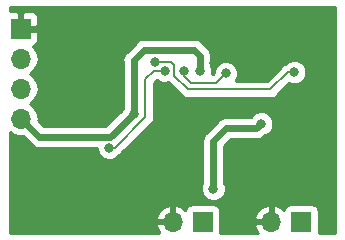
<source format=gbr>
G04 #@! TF.GenerationSoftware,KiCad,Pcbnew,(5.0.1-dev-70-gb7b125d83)*
G04 #@! TF.CreationDate,2018-10-12T16:43:48+02:00*
G04 #@! TF.ProjectId,pwm-fan-control,70776D2D66616E2D636F6E74726F6C2E,rev?*
G04 #@! TF.SameCoordinates,Original*
G04 #@! TF.FileFunction,Copper,L2,Bot,Signal*
G04 #@! TF.FilePolarity,Positive*
%FSLAX46Y46*%
G04 Gerber Fmt 4.6, Leading zero omitted, Abs format (unit mm)*
G04 Created by KiCad (PCBNEW (5.0.1-dev-70-gb7b125d83)) date 10/12/18 16:43:48*
%MOMM*%
%LPD*%
G01*
G04 APERTURE LIST*
G04 #@! TA.AperFunction,ComponentPad*
%ADD10O,1.700000X1.700000*%
G04 #@! TD*
G04 #@! TA.AperFunction,ComponentPad*
%ADD11R,1.700000X1.700000*%
G04 #@! TD*
G04 #@! TA.AperFunction,ViaPad*
%ADD12C,0.800000*%
G04 #@! TD*
G04 #@! TA.AperFunction,Conductor*
%ADD13C,0.600000*%
G04 #@! TD*
G04 #@! TA.AperFunction,Conductor*
%ADD14C,0.400000*%
G04 #@! TD*
G04 #@! TA.AperFunction,Conductor*
%ADD15C,0.200000*%
G04 #@! TD*
G04 #@! TA.AperFunction,Conductor*
%ADD16C,0.254000*%
G04 #@! TD*
G04 APERTURE END LIST*
D10*
G04 #@! TO.P,J4,2*
G04 #@! TO.N,GND*
X145510000Y-58850000D03*
D11*
G04 #@! TO.P,J4,1*
G04 #@! TO.N,/VFAN1*
X148050000Y-58850000D03*
G04 #@! TD*
G04 #@! TO.P,J1,1*
G04 #@! TO.N,/VFAN0*
X156400000Y-58850000D03*
D10*
G04 #@! TO.P,J1,2*
G04 #@! TO.N,GND*
X153860000Y-58850000D03*
G04 #@! TD*
D11*
G04 #@! TO.P,J2,1*
G04 #@! TO.N,GND*
X132650000Y-42500000D03*
D10*
G04 #@! TO.P,J2,2*
G04 #@! TO.N,/~PWM0*
X132650000Y-45040000D03*
G04 #@! TO.P,J2,3*
G04 #@! TO.N,/~PWM1*
X132650000Y-47580000D03*
G04 #@! TO.P,J2,4*
G04 #@! TO.N,VCCFan*
X132650000Y-50120000D03*
G04 #@! TD*
D12*
G04 #@! TO.N,GND*
X135700000Y-50100000D03*
X158800000Y-43600000D03*
X158500000Y-50000000D03*
X159000000Y-59500000D03*
X159000000Y-57500000D03*
X153100000Y-46500000D03*
X149000000Y-45400000D03*
X132300000Y-52400000D03*
X132200000Y-59300000D03*
X149900000Y-59400000D03*
X151400000Y-56100000D03*
G04 #@! TO.N,VCCFan*
X147800000Y-46100000D03*
X142200000Y-49700000D03*
G04 #@! TO.N,Net-(C4-Pad2)*
X140150000Y-52600000D03*
X144850000Y-46050000D03*
G04 #@! TO.N,Net-(Q2-Pad1)*
X150000000Y-46300000D03*
X146500000Y-46100000D03*
G04 #@! TO.N,Net-(R6-Pad2)*
X155800000Y-46200000D03*
X144000000Y-45300000D03*
G04 #@! TO.N,/VFAN1*
X153000000Y-50550000D03*
X148950000Y-56050000D03*
G04 #@! TD*
D13*
G04 #@! TO.N,GND*
X135300000Y-42500000D02*
X132650000Y-42500000D01*
X135700000Y-50100000D02*
X135700000Y-42900000D01*
X135700000Y-42900000D02*
X135300000Y-42500000D01*
D14*
G04 #@! TO.N,VCCFan*
X132650000Y-50120000D02*
X134330000Y-51800000D01*
D13*
X132650000Y-50120000D02*
X134230000Y-51700000D01*
X140200000Y-51700000D02*
X142200000Y-49700000D01*
X134230000Y-51700000D02*
X140200000Y-51700000D01*
X142200000Y-45200000D02*
X142200000Y-49700000D01*
X143100000Y-44300000D02*
X142200000Y-45200000D01*
X147300000Y-44300000D02*
X143100000Y-44300000D01*
X147800000Y-46100000D02*
X147800000Y-44800000D01*
X147800000Y-44800000D02*
X147300000Y-44300000D01*
D15*
G04 #@! TO.N,Net-(C4-Pad2)*
X140600000Y-52600000D02*
X140150000Y-52600000D01*
X143200000Y-50000000D02*
X140600000Y-52600000D01*
X143200000Y-46800000D02*
X143200000Y-50000000D01*
X143950000Y-46050000D02*
X143200000Y-46800000D01*
X144850000Y-46050000D02*
X143950000Y-46050000D01*
G04 #@! TO.N,Net-(Q2-Pad1)*
X150000000Y-46300000D02*
X149600001Y-46699999D01*
X149600001Y-46699999D02*
X149200000Y-47100000D01*
X149200000Y-47100000D02*
X147100000Y-47100000D01*
X147100000Y-47100000D02*
X146500000Y-46500000D01*
X146500000Y-46500000D02*
X146500000Y-46100000D01*
G04 #@! TO.N,Net-(R6-Pad2)*
X155234315Y-46200000D02*
X153784315Y-47650000D01*
X155800000Y-46200000D02*
X155234315Y-46200000D01*
X153784315Y-47650000D02*
X146800000Y-47650000D01*
X146800000Y-47650000D02*
X145650000Y-46500000D01*
X145650000Y-46500000D02*
X145650000Y-45600000D01*
X145650000Y-45600000D02*
X145350000Y-45300000D01*
X145350000Y-45300000D02*
X144000000Y-45300000D01*
D13*
G04 #@! TO.N,/VFAN1*
X152600001Y-50949999D02*
X150050001Y-50949999D01*
X153000000Y-50550000D02*
X152600001Y-50949999D01*
X150050001Y-50949999D02*
X148950000Y-52050000D01*
X148950000Y-52050000D02*
X148950000Y-56050000D01*
G04 #@! TD*
D16*
G04 #@! TO.N,GND*
G36*
X159290001Y-59790000D02*
X157879538Y-59790000D01*
X157897440Y-59700000D01*
X157897440Y-58000000D01*
X157848157Y-57752235D01*
X157707809Y-57542191D01*
X157497765Y-57401843D01*
X157250000Y-57352560D01*
X155550000Y-57352560D01*
X155302235Y-57401843D01*
X155092191Y-57542191D01*
X154951843Y-57752235D01*
X154931261Y-57855708D01*
X154626924Y-57578355D01*
X154216890Y-57408524D01*
X153987000Y-57529845D01*
X153987000Y-58723000D01*
X154007000Y-58723000D01*
X154007000Y-58977000D01*
X153987000Y-58977000D01*
X153987000Y-58997000D01*
X153733000Y-58997000D01*
X153733000Y-58977000D01*
X152539181Y-58977000D01*
X152418514Y-59206892D01*
X152664817Y-59731358D01*
X152729164Y-59790000D01*
X149529538Y-59790000D01*
X149547440Y-59700000D01*
X149547440Y-58493108D01*
X152418514Y-58493108D01*
X152539181Y-58723000D01*
X153733000Y-58723000D01*
X153733000Y-57529845D01*
X153503110Y-57408524D01*
X153093076Y-57578355D01*
X152664817Y-57968642D01*
X152418514Y-58493108D01*
X149547440Y-58493108D01*
X149547440Y-58000000D01*
X149498157Y-57752235D01*
X149357809Y-57542191D01*
X149147765Y-57401843D01*
X148900000Y-57352560D01*
X147200000Y-57352560D01*
X146952235Y-57401843D01*
X146742191Y-57542191D01*
X146601843Y-57752235D01*
X146581261Y-57855708D01*
X146276924Y-57578355D01*
X145866890Y-57408524D01*
X145637000Y-57529845D01*
X145637000Y-58723000D01*
X145657000Y-58723000D01*
X145657000Y-58977000D01*
X145637000Y-58977000D01*
X145637000Y-58997000D01*
X145383000Y-58997000D01*
X145383000Y-58977000D01*
X144189181Y-58977000D01*
X144068514Y-59206892D01*
X144314817Y-59731358D01*
X144379164Y-59790000D01*
X131710000Y-59790000D01*
X131710000Y-58493108D01*
X144068514Y-58493108D01*
X144189181Y-58723000D01*
X145383000Y-58723000D01*
X145383000Y-57529845D01*
X145153110Y-57408524D01*
X144743076Y-57578355D01*
X144314817Y-57968642D01*
X144068514Y-58493108D01*
X131710000Y-58493108D01*
X131710000Y-55844126D01*
X147915000Y-55844126D01*
X147915000Y-56255874D01*
X148072569Y-56636280D01*
X148363720Y-56927431D01*
X148744126Y-57085000D01*
X149155874Y-57085000D01*
X149536280Y-56927431D01*
X149827431Y-56636280D01*
X149985000Y-56255874D01*
X149985000Y-55844126D01*
X149885000Y-55602704D01*
X149885000Y-52437289D01*
X150437291Y-51884999D01*
X152507915Y-51884999D01*
X152600001Y-51903316D01*
X152692087Y-51884999D01*
X152964820Y-51830749D01*
X153274098Y-51624096D01*
X153326262Y-51546027D01*
X153344858Y-51527431D01*
X153586280Y-51427431D01*
X153877431Y-51136280D01*
X154035000Y-50755874D01*
X154035000Y-50344126D01*
X153877431Y-49963720D01*
X153586280Y-49672569D01*
X153205874Y-49515000D01*
X152794126Y-49515000D01*
X152413720Y-49672569D01*
X152122569Y-49963720D01*
X152101329Y-50014999D01*
X150142082Y-50014999D01*
X150050000Y-49996683D01*
X149957918Y-50014999D01*
X149957915Y-50014999D01*
X149685182Y-50069249D01*
X149375904Y-50275902D01*
X149323742Y-50353968D01*
X148353972Y-51323739D01*
X148275903Y-51375903D01*
X148122826Y-51605000D01*
X148069250Y-51685182D01*
X147996683Y-52050000D01*
X148015000Y-52142086D01*
X148015001Y-55602702D01*
X147915000Y-55844126D01*
X131710000Y-55844126D01*
X131710000Y-51277906D01*
X132070582Y-51518839D01*
X132503744Y-51605000D01*
X132796256Y-51605000D01*
X132809981Y-51602270D01*
X133503741Y-52296031D01*
X133555903Y-52374097D01*
X133865181Y-52580750D01*
X134137914Y-52635000D01*
X134137918Y-52635000D01*
X134229999Y-52653316D01*
X134284921Y-52642391D01*
X134330000Y-52651358D01*
X134412237Y-52635000D01*
X139115000Y-52635000D01*
X139115000Y-52805874D01*
X139272569Y-53186280D01*
X139563720Y-53477431D01*
X139944126Y-53635000D01*
X140355874Y-53635000D01*
X140736280Y-53477431D01*
X140990978Y-53222733D01*
X141129905Y-53129905D01*
X141170911Y-53068535D01*
X143668537Y-50570909D01*
X143729905Y-50529905D01*
X143892354Y-50286783D01*
X143935000Y-50072388D01*
X143935000Y-50072385D01*
X143949398Y-50000001D01*
X143935000Y-49927617D01*
X143935000Y-47104446D01*
X144187868Y-46851579D01*
X144263720Y-46927431D01*
X144644126Y-47085000D01*
X145055874Y-47085000D01*
X145146420Y-47047495D01*
X145181465Y-47070911D01*
X146229090Y-48118537D01*
X146270095Y-48179905D01*
X146513217Y-48342354D01*
X146727612Y-48385000D01*
X146800000Y-48399399D01*
X146872388Y-48385000D01*
X153711931Y-48385000D01*
X153784315Y-48399398D01*
X153856699Y-48385000D01*
X153856703Y-48385000D01*
X154071098Y-48342354D01*
X154314220Y-48179905D01*
X154355226Y-48118535D01*
X155342845Y-47130916D01*
X155594126Y-47235000D01*
X156005874Y-47235000D01*
X156386280Y-47077431D01*
X156677431Y-46786280D01*
X156835000Y-46405874D01*
X156835000Y-45994126D01*
X156677431Y-45613720D01*
X156386280Y-45322569D01*
X156005874Y-45165000D01*
X155594126Y-45165000D01*
X155213720Y-45322569D01*
X155048783Y-45487506D01*
X154947532Y-45507646D01*
X154704410Y-45670095D01*
X154663405Y-45731463D01*
X153479869Y-46915000D01*
X150848711Y-46915000D01*
X150877431Y-46886280D01*
X151035000Y-46505874D01*
X151035000Y-46094126D01*
X150877431Y-45713720D01*
X150586280Y-45422569D01*
X150205874Y-45265000D01*
X149794126Y-45265000D01*
X149413720Y-45422569D01*
X149122569Y-45713720D01*
X148965000Y-46094126D01*
X148965000Y-46295554D01*
X148895554Y-46365000D01*
X148810509Y-46365000D01*
X148835000Y-46305874D01*
X148835000Y-45894126D01*
X148735000Y-45652704D01*
X148735000Y-44892086D01*
X148753317Y-44800000D01*
X148680750Y-44435181D01*
X148603287Y-44319250D01*
X148474097Y-44125903D01*
X148396028Y-44073739D01*
X148026261Y-43703972D01*
X147974097Y-43625903D01*
X147664819Y-43419250D01*
X147392086Y-43365000D01*
X147300000Y-43346683D01*
X147207914Y-43365000D01*
X143192081Y-43365000D01*
X143099999Y-43346684D01*
X143007917Y-43365000D01*
X143007914Y-43365000D01*
X142735181Y-43419250D01*
X142425903Y-43625903D01*
X142373741Y-43703970D01*
X141603972Y-44473739D01*
X141525903Y-44525903D01*
X141433083Y-44664819D01*
X141319250Y-44835182D01*
X141246683Y-45200000D01*
X141265000Y-45292086D01*
X141265001Y-49252702D01*
X141222569Y-49355141D01*
X139812711Y-50765000D01*
X134617290Y-50765000D01*
X134132270Y-50279980D01*
X134164092Y-50120000D01*
X134048839Y-49540582D01*
X133720625Y-49049375D01*
X133422239Y-48850000D01*
X133720625Y-48650625D01*
X134048839Y-48159418D01*
X134164092Y-47580000D01*
X134048839Y-47000582D01*
X133720625Y-46509375D01*
X133422239Y-46310000D01*
X133720625Y-46110625D01*
X134048839Y-45619418D01*
X134164092Y-45040000D01*
X134048839Y-44460582D01*
X133720625Y-43969375D01*
X133698967Y-43954904D01*
X133859698Y-43888327D01*
X134038327Y-43709699D01*
X134135000Y-43476310D01*
X134135000Y-42785750D01*
X133976250Y-42627000D01*
X132777000Y-42627000D01*
X132777000Y-42647000D01*
X132523000Y-42647000D01*
X132523000Y-42627000D01*
X132503000Y-42627000D01*
X132503000Y-42373000D01*
X132523000Y-42373000D01*
X132523000Y-41173750D01*
X132777000Y-41173750D01*
X132777000Y-42373000D01*
X133976250Y-42373000D01*
X134135000Y-42214250D01*
X134135000Y-41523690D01*
X134038327Y-41290301D01*
X133859698Y-41111673D01*
X133626309Y-41015000D01*
X132935750Y-41015000D01*
X132777000Y-41173750D01*
X132523000Y-41173750D01*
X132364250Y-41015000D01*
X131710000Y-41015000D01*
X131710000Y-40710000D01*
X159290000Y-40710000D01*
X159290001Y-59790000D01*
X159290001Y-59790000D01*
G37*
X159290001Y-59790000D02*
X157879538Y-59790000D01*
X157897440Y-59700000D01*
X157897440Y-58000000D01*
X157848157Y-57752235D01*
X157707809Y-57542191D01*
X157497765Y-57401843D01*
X157250000Y-57352560D01*
X155550000Y-57352560D01*
X155302235Y-57401843D01*
X155092191Y-57542191D01*
X154951843Y-57752235D01*
X154931261Y-57855708D01*
X154626924Y-57578355D01*
X154216890Y-57408524D01*
X153987000Y-57529845D01*
X153987000Y-58723000D01*
X154007000Y-58723000D01*
X154007000Y-58977000D01*
X153987000Y-58977000D01*
X153987000Y-58997000D01*
X153733000Y-58997000D01*
X153733000Y-58977000D01*
X152539181Y-58977000D01*
X152418514Y-59206892D01*
X152664817Y-59731358D01*
X152729164Y-59790000D01*
X149529538Y-59790000D01*
X149547440Y-59700000D01*
X149547440Y-58493108D01*
X152418514Y-58493108D01*
X152539181Y-58723000D01*
X153733000Y-58723000D01*
X153733000Y-57529845D01*
X153503110Y-57408524D01*
X153093076Y-57578355D01*
X152664817Y-57968642D01*
X152418514Y-58493108D01*
X149547440Y-58493108D01*
X149547440Y-58000000D01*
X149498157Y-57752235D01*
X149357809Y-57542191D01*
X149147765Y-57401843D01*
X148900000Y-57352560D01*
X147200000Y-57352560D01*
X146952235Y-57401843D01*
X146742191Y-57542191D01*
X146601843Y-57752235D01*
X146581261Y-57855708D01*
X146276924Y-57578355D01*
X145866890Y-57408524D01*
X145637000Y-57529845D01*
X145637000Y-58723000D01*
X145657000Y-58723000D01*
X145657000Y-58977000D01*
X145637000Y-58977000D01*
X145637000Y-58997000D01*
X145383000Y-58997000D01*
X145383000Y-58977000D01*
X144189181Y-58977000D01*
X144068514Y-59206892D01*
X144314817Y-59731358D01*
X144379164Y-59790000D01*
X131710000Y-59790000D01*
X131710000Y-58493108D01*
X144068514Y-58493108D01*
X144189181Y-58723000D01*
X145383000Y-58723000D01*
X145383000Y-57529845D01*
X145153110Y-57408524D01*
X144743076Y-57578355D01*
X144314817Y-57968642D01*
X144068514Y-58493108D01*
X131710000Y-58493108D01*
X131710000Y-55844126D01*
X147915000Y-55844126D01*
X147915000Y-56255874D01*
X148072569Y-56636280D01*
X148363720Y-56927431D01*
X148744126Y-57085000D01*
X149155874Y-57085000D01*
X149536280Y-56927431D01*
X149827431Y-56636280D01*
X149985000Y-56255874D01*
X149985000Y-55844126D01*
X149885000Y-55602704D01*
X149885000Y-52437289D01*
X150437291Y-51884999D01*
X152507915Y-51884999D01*
X152600001Y-51903316D01*
X152692087Y-51884999D01*
X152964820Y-51830749D01*
X153274098Y-51624096D01*
X153326262Y-51546027D01*
X153344858Y-51527431D01*
X153586280Y-51427431D01*
X153877431Y-51136280D01*
X154035000Y-50755874D01*
X154035000Y-50344126D01*
X153877431Y-49963720D01*
X153586280Y-49672569D01*
X153205874Y-49515000D01*
X152794126Y-49515000D01*
X152413720Y-49672569D01*
X152122569Y-49963720D01*
X152101329Y-50014999D01*
X150142082Y-50014999D01*
X150050000Y-49996683D01*
X149957918Y-50014999D01*
X149957915Y-50014999D01*
X149685182Y-50069249D01*
X149375904Y-50275902D01*
X149323742Y-50353968D01*
X148353972Y-51323739D01*
X148275903Y-51375903D01*
X148122826Y-51605000D01*
X148069250Y-51685182D01*
X147996683Y-52050000D01*
X148015000Y-52142086D01*
X148015001Y-55602702D01*
X147915000Y-55844126D01*
X131710000Y-55844126D01*
X131710000Y-51277906D01*
X132070582Y-51518839D01*
X132503744Y-51605000D01*
X132796256Y-51605000D01*
X132809981Y-51602270D01*
X133503741Y-52296031D01*
X133555903Y-52374097D01*
X133865181Y-52580750D01*
X134137914Y-52635000D01*
X134137918Y-52635000D01*
X134229999Y-52653316D01*
X134284921Y-52642391D01*
X134330000Y-52651358D01*
X134412237Y-52635000D01*
X139115000Y-52635000D01*
X139115000Y-52805874D01*
X139272569Y-53186280D01*
X139563720Y-53477431D01*
X139944126Y-53635000D01*
X140355874Y-53635000D01*
X140736280Y-53477431D01*
X140990978Y-53222733D01*
X141129905Y-53129905D01*
X141170911Y-53068535D01*
X143668537Y-50570909D01*
X143729905Y-50529905D01*
X143892354Y-50286783D01*
X143935000Y-50072388D01*
X143935000Y-50072385D01*
X143949398Y-50000001D01*
X143935000Y-49927617D01*
X143935000Y-47104446D01*
X144187868Y-46851579D01*
X144263720Y-46927431D01*
X144644126Y-47085000D01*
X145055874Y-47085000D01*
X145146420Y-47047495D01*
X145181465Y-47070911D01*
X146229090Y-48118537D01*
X146270095Y-48179905D01*
X146513217Y-48342354D01*
X146727612Y-48385000D01*
X146800000Y-48399399D01*
X146872388Y-48385000D01*
X153711931Y-48385000D01*
X153784315Y-48399398D01*
X153856699Y-48385000D01*
X153856703Y-48385000D01*
X154071098Y-48342354D01*
X154314220Y-48179905D01*
X154355226Y-48118535D01*
X155342845Y-47130916D01*
X155594126Y-47235000D01*
X156005874Y-47235000D01*
X156386280Y-47077431D01*
X156677431Y-46786280D01*
X156835000Y-46405874D01*
X156835000Y-45994126D01*
X156677431Y-45613720D01*
X156386280Y-45322569D01*
X156005874Y-45165000D01*
X155594126Y-45165000D01*
X155213720Y-45322569D01*
X155048783Y-45487506D01*
X154947532Y-45507646D01*
X154704410Y-45670095D01*
X154663405Y-45731463D01*
X153479869Y-46915000D01*
X150848711Y-46915000D01*
X150877431Y-46886280D01*
X151035000Y-46505874D01*
X151035000Y-46094126D01*
X150877431Y-45713720D01*
X150586280Y-45422569D01*
X150205874Y-45265000D01*
X149794126Y-45265000D01*
X149413720Y-45422569D01*
X149122569Y-45713720D01*
X148965000Y-46094126D01*
X148965000Y-46295554D01*
X148895554Y-46365000D01*
X148810509Y-46365000D01*
X148835000Y-46305874D01*
X148835000Y-45894126D01*
X148735000Y-45652704D01*
X148735000Y-44892086D01*
X148753317Y-44800000D01*
X148680750Y-44435181D01*
X148603287Y-44319250D01*
X148474097Y-44125903D01*
X148396028Y-44073739D01*
X148026261Y-43703972D01*
X147974097Y-43625903D01*
X147664819Y-43419250D01*
X147392086Y-43365000D01*
X147300000Y-43346683D01*
X147207914Y-43365000D01*
X143192081Y-43365000D01*
X143099999Y-43346684D01*
X143007917Y-43365000D01*
X143007914Y-43365000D01*
X142735181Y-43419250D01*
X142425903Y-43625903D01*
X142373741Y-43703970D01*
X141603972Y-44473739D01*
X141525903Y-44525903D01*
X141433083Y-44664819D01*
X141319250Y-44835182D01*
X141246683Y-45200000D01*
X141265000Y-45292086D01*
X141265001Y-49252702D01*
X141222569Y-49355141D01*
X139812711Y-50765000D01*
X134617290Y-50765000D01*
X134132270Y-50279980D01*
X134164092Y-50120000D01*
X134048839Y-49540582D01*
X133720625Y-49049375D01*
X133422239Y-48850000D01*
X133720625Y-48650625D01*
X134048839Y-48159418D01*
X134164092Y-47580000D01*
X134048839Y-47000582D01*
X133720625Y-46509375D01*
X133422239Y-46310000D01*
X133720625Y-46110625D01*
X134048839Y-45619418D01*
X134164092Y-45040000D01*
X134048839Y-44460582D01*
X133720625Y-43969375D01*
X133698967Y-43954904D01*
X133859698Y-43888327D01*
X134038327Y-43709699D01*
X134135000Y-43476310D01*
X134135000Y-42785750D01*
X133976250Y-42627000D01*
X132777000Y-42627000D01*
X132777000Y-42647000D01*
X132523000Y-42647000D01*
X132523000Y-42627000D01*
X132503000Y-42627000D01*
X132503000Y-42373000D01*
X132523000Y-42373000D01*
X132523000Y-41173750D01*
X132777000Y-41173750D01*
X132777000Y-42373000D01*
X133976250Y-42373000D01*
X134135000Y-42214250D01*
X134135000Y-41523690D01*
X134038327Y-41290301D01*
X133859698Y-41111673D01*
X133626309Y-41015000D01*
X132935750Y-41015000D01*
X132777000Y-41173750D01*
X132523000Y-41173750D01*
X132364250Y-41015000D01*
X131710000Y-41015000D01*
X131710000Y-40710000D01*
X159290000Y-40710000D01*
X159290001Y-59790000D01*
G04 #@! TD*
M02*

</source>
